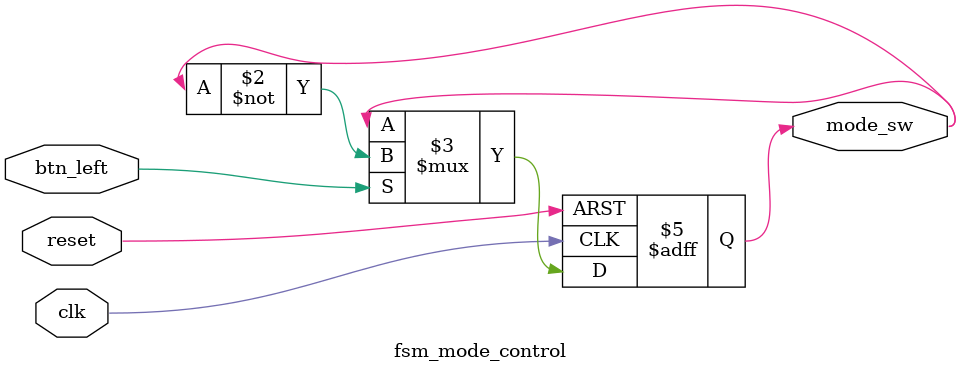
<source format=v>
`timescale 1ns / 1ps

module fsm_mode_control(
    input  wire clk,
    input  wire reset,
    input  wire btn_left,
    output reg  mode_sw
);

    always @(posedge clk or posedge reset) begin
        if (reset) begin
            mode_sw <= 1'b0;
        end else if (btn_left) begin
            mode_sw <= ~mode_sw;
        end
    end

endmodule

</source>
